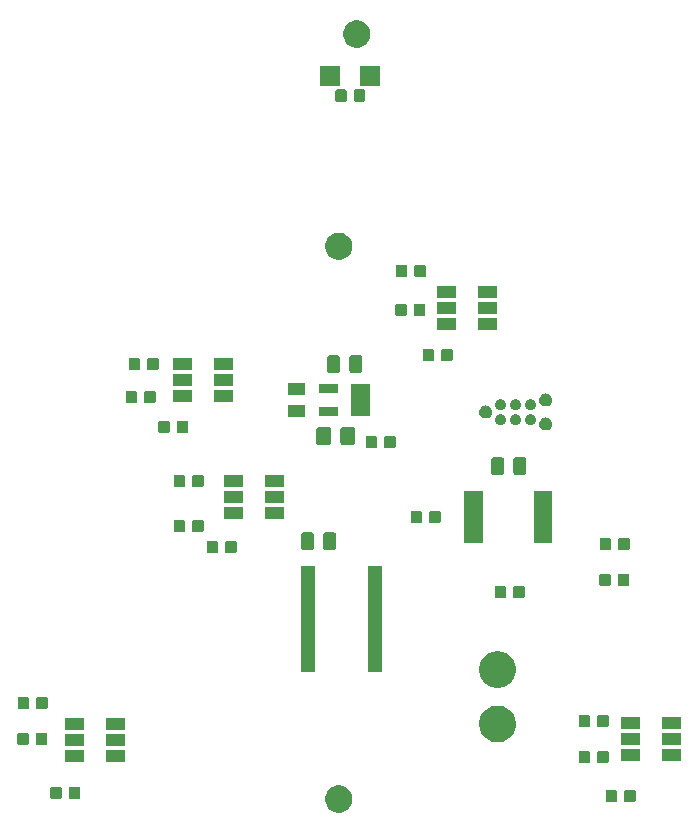
<source format=gts>
G04 #@! TF.GenerationSoftware,KiCad,Pcbnew,5.0.1*
G04 #@! TF.CreationDate,2018-11-24T16:53:29-06:00*
G04 #@! TF.ProjectId,chrimbus,636872696D6275732E6B696361645F70,rev?*
G04 #@! TF.SameCoordinates,Original*
G04 #@! TF.FileFunction,Soldermask,Top*
G04 #@! TF.FilePolarity,Negative*
%FSLAX46Y46*%
G04 Gerber Fmt 4.6, Leading zero omitted, Abs format (unit mm)*
G04 Created by KiCad (PCBNEW 5.0.1) date Sat 24 Nov 2018 04:53:29 PM CST*
%MOMM*%
%LPD*%
G01*
G04 APERTURE LIST*
%ADD10C,0.100000*%
G04 APERTURE END LIST*
D10*
G36*
X165943734Y-121067232D02*
X166153202Y-121153996D01*
X166341723Y-121279962D01*
X166502038Y-121440277D01*
X166628004Y-121628798D01*
X166714768Y-121838266D01*
X166759000Y-122060635D01*
X166759000Y-122287365D01*
X166714768Y-122509734D01*
X166628004Y-122719202D01*
X166502038Y-122907723D01*
X166341723Y-123068038D01*
X166153202Y-123194004D01*
X165943734Y-123280768D01*
X165721365Y-123325000D01*
X165494635Y-123325000D01*
X165272266Y-123280768D01*
X165062798Y-123194004D01*
X164874277Y-123068038D01*
X164713962Y-122907723D01*
X164587996Y-122719202D01*
X164501232Y-122509734D01*
X164457000Y-122287365D01*
X164457000Y-122060635D01*
X164501232Y-121838266D01*
X164587996Y-121628798D01*
X164713962Y-121440277D01*
X164874277Y-121279962D01*
X165062798Y-121153996D01*
X165272266Y-121067232D01*
X165494635Y-121023000D01*
X165721365Y-121023000D01*
X165943734Y-121067232D01*
X165943734Y-121067232D01*
G37*
G36*
X190613591Y-121398085D02*
X190647569Y-121408393D01*
X190678887Y-121425133D01*
X190706339Y-121447661D01*
X190728867Y-121475113D01*
X190745607Y-121506431D01*
X190755915Y-121540409D01*
X190760000Y-121581890D01*
X190760000Y-122258110D01*
X190755915Y-122299591D01*
X190745607Y-122333569D01*
X190728867Y-122364887D01*
X190706339Y-122392339D01*
X190678887Y-122414867D01*
X190647569Y-122431607D01*
X190613591Y-122441915D01*
X190572110Y-122446000D01*
X189970890Y-122446000D01*
X189929409Y-122441915D01*
X189895431Y-122431607D01*
X189864113Y-122414867D01*
X189836661Y-122392339D01*
X189814133Y-122364887D01*
X189797393Y-122333569D01*
X189787085Y-122299591D01*
X189783000Y-122258110D01*
X189783000Y-121581890D01*
X189787085Y-121540409D01*
X189797393Y-121506431D01*
X189814133Y-121475113D01*
X189836661Y-121447661D01*
X189864113Y-121425133D01*
X189895431Y-121408393D01*
X189929409Y-121398085D01*
X189970890Y-121394000D01*
X190572110Y-121394000D01*
X190613591Y-121398085D01*
X190613591Y-121398085D01*
G37*
G36*
X189038591Y-121398085D02*
X189072569Y-121408393D01*
X189103887Y-121425133D01*
X189131339Y-121447661D01*
X189153867Y-121475113D01*
X189170607Y-121506431D01*
X189180915Y-121540409D01*
X189185000Y-121581890D01*
X189185000Y-122258110D01*
X189180915Y-122299591D01*
X189170607Y-122333569D01*
X189153867Y-122364887D01*
X189131339Y-122392339D01*
X189103887Y-122414867D01*
X189072569Y-122431607D01*
X189038591Y-122441915D01*
X188997110Y-122446000D01*
X188395890Y-122446000D01*
X188354409Y-122441915D01*
X188320431Y-122431607D01*
X188289113Y-122414867D01*
X188261661Y-122392339D01*
X188239133Y-122364887D01*
X188222393Y-122333569D01*
X188212085Y-122299591D01*
X188208000Y-122258110D01*
X188208000Y-121581890D01*
X188212085Y-121540409D01*
X188222393Y-121506431D01*
X188239133Y-121475113D01*
X188261661Y-121447661D01*
X188289113Y-121425133D01*
X188320431Y-121408393D01*
X188354409Y-121398085D01*
X188395890Y-121394000D01*
X188997110Y-121394000D01*
X189038591Y-121398085D01*
X189038591Y-121398085D01*
G37*
G36*
X142023091Y-121144085D02*
X142057069Y-121154393D01*
X142088387Y-121171133D01*
X142115839Y-121193661D01*
X142138367Y-121221113D01*
X142155107Y-121252431D01*
X142165415Y-121286409D01*
X142169500Y-121327890D01*
X142169500Y-122004110D01*
X142165415Y-122045591D01*
X142155107Y-122079569D01*
X142138367Y-122110887D01*
X142115839Y-122138339D01*
X142088387Y-122160867D01*
X142057069Y-122177607D01*
X142023091Y-122187915D01*
X141981610Y-122192000D01*
X141380390Y-122192000D01*
X141338909Y-122187915D01*
X141304931Y-122177607D01*
X141273613Y-122160867D01*
X141246161Y-122138339D01*
X141223633Y-122110887D01*
X141206893Y-122079569D01*
X141196585Y-122045591D01*
X141192500Y-122004110D01*
X141192500Y-121327890D01*
X141196585Y-121286409D01*
X141206893Y-121252431D01*
X141223633Y-121221113D01*
X141246161Y-121193661D01*
X141273613Y-121171133D01*
X141304931Y-121154393D01*
X141338909Y-121144085D01*
X141380390Y-121140000D01*
X141981610Y-121140000D01*
X142023091Y-121144085D01*
X142023091Y-121144085D01*
G37*
G36*
X143598091Y-121144085D02*
X143632069Y-121154393D01*
X143663387Y-121171133D01*
X143690839Y-121193661D01*
X143713367Y-121221113D01*
X143730107Y-121252431D01*
X143740415Y-121286409D01*
X143744500Y-121327890D01*
X143744500Y-122004110D01*
X143740415Y-122045591D01*
X143730107Y-122079569D01*
X143713367Y-122110887D01*
X143690839Y-122138339D01*
X143663387Y-122160867D01*
X143632069Y-122177607D01*
X143598091Y-122187915D01*
X143556610Y-122192000D01*
X142955390Y-122192000D01*
X142913909Y-122187915D01*
X142879931Y-122177607D01*
X142848613Y-122160867D01*
X142821161Y-122138339D01*
X142798633Y-122110887D01*
X142781893Y-122079569D01*
X142771585Y-122045591D01*
X142767500Y-122004110D01*
X142767500Y-121327890D01*
X142771585Y-121286409D01*
X142781893Y-121252431D01*
X142798633Y-121221113D01*
X142821161Y-121193661D01*
X142848613Y-121171133D01*
X142879931Y-121154393D01*
X142913909Y-121144085D01*
X142955390Y-121140000D01*
X143556610Y-121140000D01*
X143598091Y-121144085D01*
X143598091Y-121144085D01*
G37*
G36*
X186752591Y-118096085D02*
X186786569Y-118106393D01*
X186817887Y-118123133D01*
X186845339Y-118145661D01*
X186867867Y-118173113D01*
X186884607Y-118204431D01*
X186894915Y-118238409D01*
X186899000Y-118279890D01*
X186899000Y-118956110D01*
X186894915Y-118997591D01*
X186884607Y-119031569D01*
X186867867Y-119062887D01*
X186845339Y-119090339D01*
X186817887Y-119112867D01*
X186786569Y-119129607D01*
X186752591Y-119139915D01*
X186711110Y-119144000D01*
X186109890Y-119144000D01*
X186068409Y-119139915D01*
X186034431Y-119129607D01*
X186003113Y-119112867D01*
X185975661Y-119090339D01*
X185953133Y-119062887D01*
X185936393Y-119031569D01*
X185926085Y-118997591D01*
X185922000Y-118956110D01*
X185922000Y-118279890D01*
X185926085Y-118238409D01*
X185936393Y-118204431D01*
X185953133Y-118173113D01*
X185975661Y-118145661D01*
X186003113Y-118123133D01*
X186034431Y-118106393D01*
X186068409Y-118096085D01*
X186109890Y-118092000D01*
X186711110Y-118092000D01*
X186752591Y-118096085D01*
X186752591Y-118096085D01*
G37*
G36*
X188327591Y-118096085D02*
X188361569Y-118106393D01*
X188392887Y-118123133D01*
X188420339Y-118145661D01*
X188442867Y-118173113D01*
X188459607Y-118204431D01*
X188469915Y-118238409D01*
X188474000Y-118279890D01*
X188474000Y-118956110D01*
X188469915Y-118997591D01*
X188459607Y-119031569D01*
X188442867Y-119062887D01*
X188420339Y-119090339D01*
X188392887Y-119112867D01*
X188361569Y-119129607D01*
X188327591Y-119139915D01*
X188286110Y-119144000D01*
X187684890Y-119144000D01*
X187643409Y-119139915D01*
X187609431Y-119129607D01*
X187578113Y-119112867D01*
X187550661Y-119090339D01*
X187528133Y-119062887D01*
X187511393Y-119031569D01*
X187501085Y-118997591D01*
X187497000Y-118956110D01*
X187497000Y-118279890D01*
X187501085Y-118238409D01*
X187511393Y-118204431D01*
X187528133Y-118173113D01*
X187550661Y-118145661D01*
X187578113Y-118123133D01*
X187609431Y-118106393D01*
X187643409Y-118096085D01*
X187684890Y-118092000D01*
X188286110Y-118092000D01*
X188327591Y-118096085D01*
X188327591Y-118096085D01*
G37*
G36*
X147557000Y-119025000D02*
X145955000Y-119025000D01*
X145955000Y-118023000D01*
X147557000Y-118023000D01*
X147557000Y-119025000D01*
X147557000Y-119025000D01*
G37*
G36*
X144057000Y-119025000D02*
X142455000Y-119025000D01*
X142455000Y-118023000D01*
X144057000Y-118023000D01*
X144057000Y-119025000D01*
X144057000Y-119025000D01*
G37*
G36*
X194603000Y-118945000D02*
X193001000Y-118945000D01*
X193001000Y-117943000D01*
X194603000Y-117943000D01*
X194603000Y-118945000D01*
X194603000Y-118945000D01*
G37*
G36*
X191103000Y-118945000D02*
X189501000Y-118945000D01*
X189501000Y-117943000D01*
X191103000Y-117943000D01*
X191103000Y-118945000D01*
X191103000Y-118945000D01*
G37*
G36*
X147557000Y-117675000D02*
X145955000Y-117675000D01*
X145955000Y-116673000D01*
X147557000Y-116673000D01*
X147557000Y-117675000D01*
X147557000Y-117675000D01*
G37*
G36*
X144057000Y-117675000D02*
X142455000Y-117675000D01*
X142455000Y-116673000D01*
X144057000Y-116673000D01*
X144057000Y-117675000D01*
X144057000Y-117675000D01*
G37*
G36*
X139229091Y-116572085D02*
X139263069Y-116582393D01*
X139294387Y-116599133D01*
X139321839Y-116621661D01*
X139344367Y-116649113D01*
X139361107Y-116680431D01*
X139371415Y-116714409D01*
X139375500Y-116755890D01*
X139375500Y-117432110D01*
X139371415Y-117473591D01*
X139361107Y-117507569D01*
X139344367Y-117538887D01*
X139321839Y-117566339D01*
X139294387Y-117588867D01*
X139263069Y-117605607D01*
X139229091Y-117615915D01*
X139187610Y-117620000D01*
X138586390Y-117620000D01*
X138544909Y-117615915D01*
X138510931Y-117605607D01*
X138479613Y-117588867D01*
X138452161Y-117566339D01*
X138429633Y-117538887D01*
X138412893Y-117507569D01*
X138402585Y-117473591D01*
X138398500Y-117432110D01*
X138398500Y-116755890D01*
X138402585Y-116714409D01*
X138412893Y-116680431D01*
X138429633Y-116649113D01*
X138452161Y-116621661D01*
X138479613Y-116599133D01*
X138510931Y-116582393D01*
X138544909Y-116572085D01*
X138586390Y-116568000D01*
X139187610Y-116568000D01*
X139229091Y-116572085D01*
X139229091Y-116572085D01*
G37*
G36*
X140804091Y-116572085D02*
X140838069Y-116582393D01*
X140869387Y-116599133D01*
X140896839Y-116621661D01*
X140919367Y-116649113D01*
X140936107Y-116680431D01*
X140946415Y-116714409D01*
X140950500Y-116755890D01*
X140950500Y-117432110D01*
X140946415Y-117473591D01*
X140936107Y-117507569D01*
X140919367Y-117538887D01*
X140896839Y-117566339D01*
X140869387Y-117588867D01*
X140838069Y-117605607D01*
X140804091Y-117615915D01*
X140762610Y-117620000D01*
X140161390Y-117620000D01*
X140119909Y-117615915D01*
X140085931Y-117605607D01*
X140054613Y-117588867D01*
X140027161Y-117566339D01*
X140004633Y-117538887D01*
X139987893Y-117507569D01*
X139977585Y-117473591D01*
X139973500Y-117432110D01*
X139973500Y-116755890D01*
X139977585Y-116714409D01*
X139987893Y-116680431D01*
X140004633Y-116649113D01*
X140027161Y-116621661D01*
X140054613Y-116599133D01*
X140085931Y-116582393D01*
X140119909Y-116572085D01*
X140161390Y-116568000D01*
X140762610Y-116568000D01*
X140804091Y-116572085D01*
X140804091Y-116572085D01*
G37*
G36*
X194603000Y-117595000D02*
X193001000Y-117595000D01*
X193001000Y-116593000D01*
X194603000Y-116593000D01*
X194603000Y-117595000D01*
X194603000Y-117595000D01*
G37*
G36*
X191103000Y-117595000D02*
X189501000Y-117595000D01*
X189501000Y-116593000D01*
X191103000Y-116593000D01*
X191103000Y-117595000D01*
X191103000Y-117595000D01*
G37*
G36*
X179422527Y-114312736D02*
X179522410Y-114332604D01*
X179804674Y-114449521D01*
X180058705Y-114619259D01*
X180274741Y-114835295D01*
X180444479Y-115089326D01*
X180541269Y-115323000D01*
X180561396Y-115371591D01*
X180621000Y-115671238D01*
X180621000Y-115976762D01*
X180600980Y-116077408D01*
X180561396Y-116276410D01*
X180444479Y-116558674D01*
X180274741Y-116812705D01*
X180058705Y-117028741D01*
X179804674Y-117198479D01*
X179522410Y-117315396D01*
X179422527Y-117335264D01*
X179222762Y-117375000D01*
X178917238Y-117375000D01*
X178717473Y-117335264D01*
X178617590Y-117315396D01*
X178335326Y-117198479D01*
X178081295Y-117028741D01*
X177865259Y-116812705D01*
X177695521Y-116558674D01*
X177578604Y-116276410D01*
X177539020Y-116077408D01*
X177519000Y-115976762D01*
X177519000Y-115671238D01*
X177578604Y-115371591D01*
X177598731Y-115323000D01*
X177695521Y-115089326D01*
X177865259Y-114835295D01*
X178081295Y-114619259D01*
X178335326Y-114449521D01*
X178617590Y-114332604D01*
X178717473Y-114312736D01*
X178917238Y-114273000D01*
X179222762Y-114273000D01*
X179422527Y-114312736D01*
X179422527Y-114312736D01*
G37*
G36*
X144057000Y-116325000D02*
X142455000Y-116325000D01*
X142455000Y-115323000D01*
X144057000Y-115323000D01*
X144057000Y-116325000D01*
X144057000Y-116325000D01*
G37*
G36*
X147557000Y-116325000D02*
X145955000Y-116325000D01*
X145955000Y-115323000D01*
X147557000Y-115323000D01*
X147557000Y-116325000D01*
X147557000Y-116325000D01*
G37*
G36*
X194603000Y-116245000D02*
X193001000Y-116245000D01*
X193001000Y-115243000D01*
X194603000Y-115243000D01*
X194603000Y-116245000D01*
X194603000Y-116245000D01*
G37*
G36*
X191103000Y-116245000D02*
X189501000Y-116245000D01*
X189501000Y-115243000D01*
X191103000Y-115243000D01*
X191103000Y-116245000D01*
X191103000Y-116245000D01*
G37*
G36*
X188327591Y-115048085D02*
X188361569Y-115058393D01*
X188392887Y-115075133D01*
X188420339Y-115097661D01*
X188442867Y-115125113D01*
X188459607Y-115156431D01*
X188469915Y-115190409D01*
X188474000Y-115231890D01*
X188474000Y-115908110D01*
X188469915Y-115949591D01*
X188459607Y-115983569D01*
X188442867Y-116014887D01*
X188420339Y-116042339D01*
X188392887Y-116064867D01*
X188361569Y-116081607D01*
X188327591Y-116091915D01*
X188286110Y-116096000D01*
X187684890Y-116096000D01*
X187643409Y-116091915D01*
X187609431Y-116081607D01*
X187578113Y-116064867D01*
X187550661Y-116042339D01*
X187528133Y-116014887D01*
X187511393Y-115983569D01*
X187501085Y-115949591D01*
X187497000Y-115908110D01*
X187497000Y-115231890D01*
X187501085Y-115190409D01*
X187511393Y-115156431D01*
X187528133Y-115125113D01*
X187550661Y-115097661D01*
X187578113Y-115075133D01*
X187609431Y-115058393D01*
X187643409Y-115048085D01*
X187684890Y-115044000D01*
X188286110Y-115044000D01*
X188327591Y-115048085D01*
X188327591Y-115048085D01*
G37*
G36*
X186752591Y-115048085D02*
X186786569Y-115058393D01*
X186817887Y-115075133D01*
X186845339Y-115097661D01*
X186867867Y-115125113D01*
X186884607Y-115156431D01*
X186894915Y-115190409D01*
X186899000Y-115231890D01*
X186899000Y-115908110D01*
X186894915Y-115949591D01*
X186884607Y-115983569D01*
X186867867Y-116014887D01*
X186845339Y-116042339D01*
X186817887Y-116064867D01*
X186786569Y-116081607D01*
X186752591Y-116091915D01*
X186711110Y-116096000D01*
X186109890Y-116096000D01*
X186068409Y-116091915D01*
X186034431Y-116081607D01*
X186003113Y-116064867D01*
X185975661Y-116042339D01*
X185953133Y-116014887D01*
X185936393Y-115983569D01*
X185926085Y-115949591D01*
X185922000Y-115908110D01*
X185922000Y-115231890D01*
X185926085Y-115190409D01*
X185936393Y-115156431D01*
X185953133Y-115125113D01*
X185975661Y-115097661D01*
X186003113Y-115075133D01*
X186034431Y-115058393D01*
X186068409Y-115048085D01*
X186109890Y-115044000D01*
X186711110Y-115044000D01*
X186752591Y-115048085D01*
X186752591Y-115048085D01*
G37*
G36*
X139254591Y-113524085D02*
X139288569Y-113534393D01*
X139319887Y-113551133D01*
X139347339Y-113573661D01*
X139369867Y-113601113D01*
X139386607Y-113632431D01*
X139396915Y-113666409D01*
X139401000Y-113707890D01*
X139401000Y-114384110D01*
X139396915Y-114425591D01*
X139386607Y-114459569D01*
X139369867Y-114490887D01*
X139347339Y-114518339D01*
X139319887Y-114540867D01*
X139288569Y-114557607D01*
X139254591Y-114567915D01*
X139213110Y-114572000D01*
X138611890Y-114572000D01*
X138570409Y-114567915D01*
X138536431Y-114557607D01*
X138505113Y-114540867D01*
X138477661Y-114518339D01*
X138455133Y-114490887D01*
X138438393Y-114459569D01*
X138428085Y-114425591D01*
X138424000Y-114384110D01*
X138424000Y-113707890D01*
X138428085Y-113666409D01*
X138438393Y-113632431D01*
X138455133Y-113601113D01*
X138477661Y-113573661D01*
X138505113Y-113551133D01*
X138536431Y-113534393D01*
X138570409Y-113524085D01*
X138611890Y-113520000D01*
X139213110Y-113520000D01*
X139254591Y-113524085D01*
X139254591Y-113524085D01*
G37*
G36*
X140829591Y-113524085D02*
X140863569Y-113534393D01*
X140894887Y-113551133D01*
X140922339Y-113573661D01*
X140944867Y-113601113D01*
X140961607Y-113632431D01*
X140971915Y-113666409D01*
X140976000Y-113707890D01*
X140976000Y-114384110D01*
X140971915Y-114425591D01*
X140961607Y-114459569D01*
X140944867Y-114490887D01*
X140922339Y-114518339D01*
X140894887Y-114540867D01*
X140863569Y-114557607D01*
X140829591Y-114567915D01*
X140788110Y-114572000D01*
X140186890Y-114572000D01*
X140145409Y-114567915D01*
X140111431Y-114557607D01*
X140080113Y-114540867D01*
X140052661Y-114518339D01*
X140030133Y-114490887D01*
X140013393Y-114459569D01*
X140003085Y-114425591D01*
X139999000Y-114384110D01*
X139999000Y-113707890D01*
X140003085Y-113666409D01*
X140013393Y-113632431D01*
X140030133Y-113601113D01*
X140052661Y-113573661D01*
X140080113Y-113551133D01*
X140111431Y-113534393D01*
X140145409Y-113524085D01*
X140186890Y-113520000D01*
X140788110Y-113520000D01*
X140829591Y-113524085D01*
X140829591Y-113524085D01*
G37*
G36*
X179422527Y-109712736D02*
X179522410Y-109732604D01*
X179804674Y-109849521D01*
X180058705Y-110019259D01*
X180274741Y-110235295D01*
X180444479Y-110489326D01*
X180561396Y-110771590D01*
X180621000Y-111071240D01*
X180621000Y-111376760D01*
X180561396Y-111676410D01*
X180444479Y-111958674D01*
X180274741Y-112212705D01*
X180058705Y-112428741D01*
X179804674Y-112598479D01*
X179522410Y-112715396D01*
X179422527Y-112735264D01*
X179222762Y-112775000D01*
X178917238Y-112775000D01*
X178717473Y-112735264D01*
X178617590Y-112715396D01*
X178335326Y-112598479D01*
X178081295Y-112428741D01*
X177865259Y-112212705D01*
X177695521Y-111958674D01*
X177578604Y-111676410D01*
X177519000Y-111376760D01*
X177519000Y-111071240D01*
X177578604Y-110771590D01*
X177695521Y-110489326D01*
X177865259Y-110235295D01*
X178081295Y-110019259D01*
X178335326Y-109849521D01*
X178617590Y-109732604D01*
X178717473Y-109712736D01*
X178917238Y-109673000D01*
X179222762Y-109673000D01*
X179422527Y-109712736D01*
X179422527Y-109712736D01*
G37*
G36*
X169313000Y-111410000D02*
X168111000Y-111410000D01*
X168111000Y-102458000D01*
X169313000Y-102458000D01*
X169313000Y-111410000D01*
X169313000Y-111410000D01*
G37*
G36*
X163613000Y-111410000D02*
X162411000Y-111410000D01*
X162411000Y-102458000D01*
X163613000Y-102458000D01*
X163613000Y-111410000D01*
X163613000Y-111410000D01*
G37*
G36*
X181215591Y-104126085D02*
X181249569Y-104136393D01*
X181280887Y-104153133D01*
X181308339Y-104175661D01*
X181330867Y-104203113D01*
X181347607Y-104234431D01*
X181357915Y-104268409D01*
X181362000Y-104309890D01*
X181362000Y-104986110D01*
X181357915Y-105027591D01*
X181347607Y-105061569D01*
X181330867Y-105092887D01*
X181308339Y-105120339D01*
X181280887Y-105142867D01*
X181249569Y-105159607D01*
X181215591Y-105169915D01*
X181174110Y-105174000D01*
X180572890Y-105174000D01*
X180531409Y-105169915D01*
X180497431Y-105159607D01*
X180466113Y-105142867D01*
X180438661Y-105120339D01*
X180416133Y-105092887D01*
X180399393Y-105061569D01*
X180389085Y-105027591D01*
X180385000Y-104986110D01*
X180385000Y-104309890D01*
X180389085Y-104268409D01*
X180399393Y-104234431D01*
X180416133Y-104203113D01*
X180438661Y-104175661D01*
X180466113Y-104153133D01*
X180497431Y-104136393D01*
X180531409Y-104126085D01*
X180572890Y-104122000D01*
X181174110Y-104122000D01*
X181215591Y-104126085D01*
X181215591Y-104126085D01*
G37*
G36*
X179640591Y-104126085D02*
X179674569Y-104136393D01*
X179705887Y-104153133D01*
X179733339Y-104175661D01*
X179755867Y-104203113D01*
X179772607Y-104234431D01*
X179782915Y-104268409D01*
X179787000Y-104309890D01*
X179787000Y-104986110D01*
X179782915Y-105027591D01*
X179772607Y-105061569D01*
X179755867Y-105092887D01*
X179733339Y-105120339D01*
X179705887Y-105142867D01*
X179674569Y-105159607D01*
X179640591Y-105169915D01*
X179599110Y-105174000D01*
X178997890Y-105174000D01*
X178956409Y-105169915D01*
X178922431Y-105159607D01*
X178891113Y-105142867D01*
X178863661Y-105120339D01*
X178841133Y-105092887D01*
X178824393Y-105061569D01*
X178814085Y-105027591D01*
X178810000Y-104986110D01*
X178810000Y-104309890D01*
X178814085Y-104268409D01*
X178824393Y-104234431D01*
X178841133Y-104203113D01*
X178863661Y-104175661D01*
X178891113Y-104153133D01*
X178922431Y-104136393D01*
X178956409Y-104126085D01*
X178997890Y-104122000D01*
X179599110Y-104122000D01*
X179640591Y-104126085D01*
X179640591Y-104126085D01*
G37*
G36*
X188505091Y-103110085D02*
X188539069Y-103120393D01*
X188570387Y-103137133D01*
X188597839Y-103159661D01*
X188620367Y-103187113D01*
X188637107Y-103218431D01*
X188647415Y-103252409D01*
X188651500Y-103293890D01*
X188651500Y-103970110D01*
X188647415Y-104011591D01*
X188637107Y-104045569D01*
X188620367Y-104076887D01*
X188597839Y-104104339D01*
X188570387Y-104126867D01*
X188539069Y-104143607D01*
X188505091Y-104153915D01*
X188463610Y-104158000D01*
X187862390Y-104158000D01*
X187820909Y-104153915D01*
X187786931Y-104143607D01*
X187755613Y-104126867D01*
X187728161Y-104104339D01*
X187705633Y-104076887D01*
X187688893Y-104045569D01*
X187678585Y-104011591D01*
X187674500Y-103970110D01*
X187674500Y-103293890D01*
X187678585Y-103252409D01*
X187688893Y-103218431D01*
X187705633Y-103187113D01*
X187728161Y-103159661D01*
X187755613Y-103137133D01*
X187786931Y-103120393D01*
X187820909Y-103110085D01*
X187862390Y-103106000D01*
X188463610Y-103106000D01*
X188505091Y-103110085D01*
X188505091Y-103110085D01*
G37*
G36*
X190080091Y-103110085D02*
X190114069Y-103120393D01*
X190145387Y-103137133D01*
X190172839Y-103159661D01*
X190195367Y-103187113D01*
X190212107Y-103218431D01*
X190222415Y-103252409D01*
X190226500Y-103293890D01*
X190226500Y-103970110D01*
X190222415Y-104011591D01*
X190212107Y-104045569D01*
X190195367Y-104076887D01*
X190172839Y-104104339D01*
X190145387Y-104126867D01*
X190114069Y-104143607D01*
X190080091Y-104153915D01*
X190038610Y-104158000D01*
X189437390Y-104158000D01*
X189395909Y-104153915D01*
X189361931Y-104143607D01*
X189330613Y-104126867D01*
X189303161Y-104104339D01*
X189280633Y-104076887D01*
X189263893Y-104045569D01*
X189253585Y-104011591D01*
X189249500Y-103970110D01*
X189249500Y-103293890D01*
X189253585Y-103252409D01*
X189263893Y-103218431D01*
X189280633Y-103187113D01*
X189303161Y-103159661D01*
X189330613Y-103137133D01*
X189361931Y-103120393D01*
X189395909Y-103110085D01*
X189437390Y-103106000D01*
X190038610Y-103106000D01*
X190080091Y-103110085D01*
X190080091Y-103110085D01*
G37*
G36*
X156831591Y-100316085D02*
X156865569Y-100326393D01*
X156896887Y-100343133D01*
X156924339Y-100365661D01*
X156946867Y-100393113D01*
X156963607Y-100424431D01*
X156973915Y-100458409D01*
X156978000Y-100499890D01*
X156978000Y-101176110D01*
X156973915Y-101217591D01*
X156963607Y-101251569D01*
X156946867Y-101282887D01*
X156924339Y-101310339D01*
X156896887Y-101332867D01*
X156865569Y-101349607D01*
X156831591Y-101359915D01*
X156790110Y-101364000D01*
X156188890Y-101364000D01*
X156147409Y-101359915D01*
X156113431Y-101349607D01*
X156082113Y-101332867D01*
X156054661Y-101310339D01*
X156032133Y-101282887D01*
X156015393Y-101251569D01*
X156005085Y-101217591D01*
X156001000Y-101176110D01*
X156001000Y-100499890D01*
X156005085Y-100458409D01*
X156015393Y-100424431D01*
X156032133Y-100393113D01*
X156054661Y-100365661D01*
X156082113Y-100343133D01*
X156113431Y-100326393D01*
X156147409Y-100316085D01*
X156188890Y-100312000D01*
X156790110Y-100312000D01*
X156831591Y-100316085D01*
X156831591Y-100316085D01*
G37*
G36*
X155256591Y-100316085D02*
X155290569Y-100326393D01*
X155321887Y-100343133D01*
X155349339Y-100365661D01*
X155371867Y-100393113D01*
X155388607Y-100424431D01*
X155398915Y-100458409D01*
X155403000Y-100499890D01*
X155403000Y-101176110D01*
X155398915Y-101217591D01*
X155388607Y-101251569D01*
X155371867Y-101282887D01*
X155349339Y-101310339D01*
X155321887Y-101332867D01*
X155290569Y-101349607D01*
X155256591Y-101359915D01*
X155215110Y-101364000D01*
X154613890Y-101364000D01*
X154572409Y-101359915D01*
X154538431Y-101349607D01*
X154507113Y-101332867D01*
X154479661Y-101310339D01*
X154457133Y-101282887D01*
X154440393Y-101251569D01*
X154430085Y-101217591D01*
X154426000Y-101176110D01*
X154426000Y-100499890D01*
X154430085Y-100458409D01*
X154440393Y-100424431D01*
X154457133Y-100393113D01*
X154479661Y-100365661D01*
X154507113Y-100343133D01*
X154538431Y-100326393D01*
X154572409Y-100316085D01*
X154613890Y-100312000D01*
X155215110Y-100312000D01*
X155256591Y-100316085D01*
X155256591Y-100316085D01*
G37*
G36*
X190105591Y-100062085D02*
X190139569Y-100072393D01*
X190170887Y-100089133D01*
X190198339Y-100111661D01*
X190220867Y-100139113D01*
X190237607Y-100170431D01*
X190247915Y-100204409D01*
X190252000Y-100245890D01*
X190252000Y-100922110D01*
X190247915Y-100963591D01*
X190237607Y-100997569D01*
X190220867Y-101028887D01*
X190198339Y-101056339D01*
X190170887Y-101078867D01*
X190139569Y-101095607D01*
X190105591Y-101105915D01*
X190064110Y-101110000D01*
X189462890Y-101110000D01*
X189421409Y-101105915D01*
X189387431Y-101095607D01*
X189356113Y-101078867D01*
X189328661Y-101056339D01*
X189306133Y-101028887D01*
X189289393Y-100997569D01*
X189279085Y-100963591D01*
X189275000Y-100922110D01*
X189275000Y-100245890D01*
X189279085Y-100204409D01*
X189289393Y-100170431D01*
X189306133Y-100139113D01*
X189328661Y-100111661D01*
X189356113Y-100089133D01*
X189387431Y-100072393D01*
X189421409Y-100062085D01*
X189462890Y-100058000D01*
X190064110Y-100058000D01*
X190105591Y-100062085D01*
X190105591Y-100062085D01*
G37*
G36*
X188530591Y-100062085D02*
X188564569Y-100072393D01*
X188595887Y-100089133D01*
X188623339Y-100111661D01*
X188645867Y-100139113D01*
X188662607Y-100170431D01*
X188672915Y-100204409D01*
X188677000Y-100245890D01*
X188677000Y-100922110D01*
X188672915Y-100963591D01*
X188662607Y-100997569D01*
X188645867Y-101028887D01*
X188623339Y-101056339D01*
X188595887Y-101078867D01*
X188564569Y-101095607D01*
X188530591Y-101105915D01*
X188489110Y-101110000D01*
X187887890Y-101110000D01*
X187846409Y-101105915D01*
X187812431Y-101095607D01*
X187781113Y-101078867D01*
X187753661Y-101056339D01*
X187731133Y-101028887D01*
X187714393Y-100997569D01*
X187704085Y-100963591D01*
X187700000Y-100922110D01*
X187700000Y-100245890D01*
X187704085Y-100204409D01*
X187714393Y-100170431D01*
X187731133Y-100139113D01*
X187753661Y-100111661D01*
X187781113Y-100089133D01*
X187812431Y-100072393D01*
X187846409Y-100062085D01*
X187887890Y-100058000D01*
X188489110Y-100058000D01*
X188530591Y-100062085D01*
X188530591Y-100062085D01*
G37*
G36*
X165217966Y-99583565D02*
X165256637Y-99595296D01*
X165292279Y-99614348D01*
X165323517Y-99639983D01*
X165349152Y-99671221D01*
X165368204Y-99706863D01*
X165379935Y-99745534D01*
X165384500Y-99791888D01*
X165384500Y-100868112D01*
X165379935Y-100914466D01*
X165368204Y-100953137D01*
X165349152Y-100988779D01*
X165323517Y-101020017D01*
X165292279Y-101045652D01*
X165256637Y-101064704D01*
X165217966Y-101076435D01*
X165171612Y-101081000D01*
X164520388Y-101081000D01*
X164474034Y-101076435D01*
X164435363Y-101064704D01*
X164399721Y-101045652D01*
X164368483Y-101020017D01*
X164342848Y-100988779D01*
X164323796Y-100953137D01*
X164312065Y-100914466D01*
X164307500Y-100868112D01*
X164307500Y-99791888D01*
X164312065Y-99745534D01*
X164323796Y-99706863D01*
X164342848Y-99671221D01*
X164368483Y-99639983D01*
X164399721Y-99614348D01*
X164435363Y-99595296D01*
X164474034Y-99583565D01*
X164520388Y-99579000D01*
X165171612Y-99579000D01*
X165217966Y-99583565D01*
X165217966Y-99583565D01*
G37*
G36*
X163342966Y-99583565D02*
X163381637Y-99595296D01*
X163417279Y-99614348D01*
X163448517Y-99639983D01*
X163474152Y-99671221D01*
X163493204Y-99706863D01*
X163504935Y-99745534D01*
X163509500Y-99791888D01*
X163509500Y-100868112D01*
X163504935Y-100914466D01*
X163493204Y-100953137D01*
X163474152Y-100988779D01*
X163448517Y-101020017D01*
X163417279Y-101045652D01*
X163381637Y-101064704D01*
X163342966Y-101076435D01*
X163296612Y-101081000D01*
X162645388Y-101081000D01*
X162599034Y-101076435D01*
X162560363Y-101064704D01*
X162524721Y-101045652D01*
X162493483Y-101020017D01*
X162467848Y-100988779D01*
X162448796Y-100953137D01*
X162437065Y-100914466D01*
X162432500Y-100868112D01*
X162432500Y-99791888D01*
X162437065Y-99745534D01*
X162448796Y-99706863D01*
X162467848Y-99671221D01*
X162493483Y-99639983D01*
X162524721Y-99614348D01*
X162560363Y-99595296D01*
X162599034Y-99583565D01*
X162645388Y-99579000D01*
X163296612Y-99579000D01*
X163342966Y-99583565D01*
X163342966Y-99583565D01*
G37*
G36*
X183714000Y-100524000D02*
X182162000Y-100524000D01*
X182162000Y-96072000D01*
X183714000Y-96072000D01*
X183714000Y-100524000D01*
X183714000Y-100524000D01*
G37*
G36*
X177814000Y-100524000D02*
X176262000Y-100524000D01*
X176262000Y-96072000D01*
X177814000Y-96072000D01*
X177814000Y-100524000D01*
X177814000Y-100524000D01*
G37*
G36*
X154037591Y-98538085D02*
X154071569Y-98548393D01*
X154102887Y-98565133D01*
X154130339Y-98587661D01*
X154152867Y-98615113D01*
X154169607Y-98646431D01*
X154179915Y-98680409D01*
X154184000Y-98721890D01*
X154184000Y-99398110D01*
X154179915Y-99439591D01*
X154169607Y-99473569D01*
X154152867Y-99504887D01*
X154130339Y-99532339D01*
X154102887Y-99554867D01*
X154071569Y-99571607D01*
X154037591Y-99581915D01*
X153996110Y-99586000D01*
X153394890Y-99586000D01*
X153353409Y-99581915D01*
X153319431Y-99571607D01*
X153288113Y-99554867D01*
X153260661Y-99532339D01*
X153238133Y-99504887D01*
X153221393Y-99473569D01*
X153211085Y-99439591D01*
X153207000Y-99398110D01*
X153207000Y-98721890D01*
X153211085Y-98680409D01*
X153221393Y-98646431D01*
X153238133Y-98615113D01*
X153260661Y-98587661D01*
X153288113Y-98565133D01*
X153319431Y-98548393D01*
X153353409Y-98538085D01*
X153394890Y-98534000D01*
X153996110Y-98534000D01*
X154037591Y-98538085D01*
X154037591Y-98538085D01*
G37*
G36*
X152462591Y-98538085D02*
X152496569Y-98548393D01*
X152527887Y-98565133D01*
X152555339Y-98587661D01*
X152577867Y-98615113D01*
X152594607Y-98646431D01*
X152604915Y-98680409D01*
X152609000Y-98721890D01*
X152609000Y-99398110D01*
X152604915Y-99439591D01*
X152594607Y-99473569D01*
X152577867Y-99504887D01*
X152555339Y-99532339D01*
X152527887Y-99554867D01*
X152496569Y-99571607D01*
X152462591Y-99581915D01*
X152421110Y-99586000D01*
X151819890Y-99586000D01*
X151778409Y-99581915D01*
X151744431Y-99571607D01*
X151713113Y-99554867D01*
X151685661Y-99532339D01*
X151663133Y-99504887D01*
X151646393Y-99473569D01*
X151636085Y-99439591D01*
X151632000Y-99398110D01*
X151632000Y-98721890D01*
X151636085Y-98680409D01*
X151646393Y-98646431D01*
X151663133Y-98615113D01*
X151685661Y-98587661D01*
X151713113Y-98565133D01*
X151744431Y-98548393D01*
X151778409Y-98538085D01*
X151819890Y-98534000D01*
X152421110Y-98534000D01*
X152462591Y-98538085D01*
X152462591Y-98538085D01*
G37*
G36*
X174103591Y-97776085D02*
X174137569Y-97786393D01*
X174168887Y-97803133D01*
X174196339Y-97825661D01*
X174218867Y-97853113D01*
X174235607Y-97884431D01*
X174245915Y-97918409D01*
X174250000Y-97959890D01*
X174250000Y-98636110D01*
X174245915Y-98677591D01*
X174235607Y-98711569D01*
X174218867Y-98742887D01*
X174196339Y-98770339D01*
X174168887Y-98792867D01*
X174137569Y-98809607D01*
X174103591Y-98819915D01*
X174062110Y-98824000D01*
X173460890Y-98824000D01*
X173419409Y-98819915D01*
X173385431Y-98809607D01*
X173354113Y-98792867D01*
X173326661Y-98770339D01*
X173304133Y-98742887D01*
X173287393Y-98711569D01*
X173277085Y-98677591D01*
X173273000Y-98636110D01*
X173273000Y-97959890D01*
X173277085Y-97918409D01*
X173287393Y-97884431D01*
X173304133Y-97853113D01*
X173326661Y-97825661D01*
X173354113Y-97803133D01*
X173385431Y-97786393D01*
X173419409Y-97776085D01*
X173460890Y-97772000D01*
X174062110Y-97772000D01*
X174103591Y-97776085D01*
X174103591Y-97776085D01*
G37*
G36*
X172528591Y-97776085D02*
X172562569Y-97786393D01*
X172593887Y-97803133D01*
X172621339Y-97825661D01*
X172643867Y-97853113D01*
X172660607Y-97884431D01*
X172670915Y-97918409D01*
X172675000Y-97959890D01*
X172675000Y-98636110D01*
X172670915Y-98677591D01*
X172660607Y-98711569D01*
X172643867Y-98742887D01*
X172621339Y-98770339D01*
X172593887Y-98792867D01*
X172562569Y-98809607D01*
X172528591Y-98819915D01*
X172487110Y-98824000D01*
X171885890Y-98824000D01*
X171844409Y-98819915D01*
X171810431Y-98809607D01*
X171779113Y-98792867D01*
X171751661Y-98770339D01*
X171729133Y-98742887D01*
X171712393Y-98711569D01*
X171702085Y-98677591D01*
X171698000Y-98636110D01*
X171698000Y-97959890D01*
X171702085Y-97918409D01*
X171712393Y-97884431D01*
X171729133Y-97853113D01*
X171751661Y-97825661D01*
X171779113Y-97803133D01*
X171810431Y-97786393D01*
X171844409Y-97776085D01*
X171885890Y-97772000D01*
X172487110Y-97772000D01*
X172528591Y-97776085D01*
X172528591Y-97776085D01*
G37*
G36*
X157519000Y-98451000D02*
X155917000Y-98451000D01*
X155917000Y-97449000D01*
X157519000Y-97449000D01*
X157519000Y-98451000D01*
X157519000Y-98451000D01*
G37*
G36*
X161019000Y-98451000D02*
X159417000Y-98451000D01*
X159417000Y-97449000D01*
X161019000Y-97449000D01*
X161019000Y-98451000D01*
X161019000Y-98451000D01*
G37*
G36*
X161019000Y-97101000D02*
X159417000Y-97101000D01*
X159417000Y-96099000D01*
X161019000Y-96099000D01*
X161019000Y-97101000D01*
X161019000Y-97101000D01*
G37*
G36*
X157519000Y-97101000D02*
X155917000Y-97101000D01*
X155917000Y-96099000D01*
X157519000Y-96099000D01*
X157519000Y-97101000D01*
X157519000Y-97101000D01*
G37*
G36*
X154037591Y-94728085D02*
X154071569Y-94738393D01*
X154102887Y-94755133D01*
X154130339Y-94777661D01*
X154152867Y-94805113D01*
X154169607Y-94836431D01*
X154179915Y-94870409D01*
X154184000Y-94911890D01*
X154184000Y-95588110D01*
X154179915Y-95629591D01*
X154169607Y-95663569D01*
X154152867Y-95694887D01*
X154130339Y-95722339D01*
X154102887Y-95744867D01*
X154071569Y-95761607D01*
X154037591Y-95771915D01*
X153996110Y-95776000D01*
X153394890Y-95776000D01*
X153353409Y-95771915D01*
X153319431Y-95761607D01*
X153288113Y-95744867D01*
X153260661Y-95722339D01*
X153238133Y-95694887D01*
X153221393Y-95663569D01*
X153211085Y-95629591D01*
X153207000Y-95588110D01*
X153207000Y-94911890D01*
X153211085Y-94870409D01*
X153221393Y-94836431D01*
X153238133Y-94805113D01*
X153260661Y-94777661D01*
X153288113Y-94755133D01*
X153319431Y-94738393D01*
X153353409Y-94728085D01*
X153394890Y-94724000D01*
X153996110Y-94724000D01*
X154037591Y-94728085D01*
X154037591Y-94728085D01*
G37*
G36*
X152462591Y-94728085D02*
X152496569Y-94738393D01*
X152527887Y-94755133D01*
X152555339Y-94777661D01*
X152577867Y-94805113D01*
X152594607Y-94836431D01*
X152604915Y-94870409D01*
X152609000Y-94911890D01*
X152609000Y-95588110D01*
X152604915Y-95629591D01*
X152594607Y-95663569D01*
X152577867Y-95694887D01*
X152555339Y-95722339D01*
X152527887Y-95744867D01*
X152496569Y-95761607D01*
X152462591Y-95771915D01*
X152421110Y-95776000D01*
X151819890Y-95776000D01*
X151778409Y-95771915D01*
X151744431Y-95761607D01*
X151713113Y-95744867D01*
X151685661Y-95722339D01*
X151663133Y-95694887D01*
X151646393Y-95663569D01*
X151636085Y-95629591D01*
X151632000Y-95588110D01*
X151632000Y-94911890D01*
X151636085Y-94870409D01*
X151646393Y-94836431D01*
X151663133Y-94805113D01*
X151685661Y-94777661D01*
X151713113Y-94755133D01*
X151744431Y-94738393D01*
X151778409Y-94728085D01*
X151819890Y-94724000D01*
X152421110Y-94724000D01*
X152462591Y-94728085D01*
X152462591Y-94728085D01*
G37*
G36*
X161019000Y-95751000D02*
X159417000Y-95751000D01*
X159417000Y-94749000D01*
X161019000Y-94749000D01*
X161019000Y-95751000D01*
X161019000Y-95751000D01*
G37*
G36*
X157519000Y-95751000D02*
X155917000Y-95751000D01*
X155917000Y-94749000D01*
X157519000Y-94749000D01*
X157519000Y-95751000D01*
X157519000Y-95751000D01*
G37*
G36*
X179441966Y-93233565D02*
X179480637Y-93245296D01*
X179516279Y-93264348D01*
X179547517Y-93289983D01*
X179573152Y-93321221D01*
X179592204Y-93356863D01*
X179603935Y-93395534D01*
X179608500Y-93441888D01*
X179608500Y-94518112D01*
X179603935Y-94564466D01*
X179592204Y-94603137D01*
X179573152Y-94638779D01*
X179547517Y-94670017D01*
X179516279Y-94695652D01*
X179480637Y-94714704D01*
X179441966Y-94726435D01*
X179395612Y-94731000D01*
X178744388Y-94731000D01*
X178698034Y-94726435D01*
X178659363Y-94714704D01*
X178623721Y-94695652D01*
X178592483Y-94670017D01*
X178566848Y-94638779D01*
X178547796Y-94603137D01*
X178536065Y-94564466D01*
X178531500Y-94518112D01*
X178531500Y-93441888D01*
X178536065Y-93395534D01*
X178547796Y-93356863D01*
X178566848Y-93321221D01*
X178592483Y-93289983D01*
X178623721Y-93264348D01*
X178659363Y-93245296D01*
X178698034Y-93233565D01*
X178744388Y-93229000D01*
X179395612Y-93229000D01*
X179441966Y-93233565D01*
X179441966Y-93233565D01*
G37*
G36*
X181316966Y-93233565D02*
X181355637Y-93245296D01*
X181391279Y-93264348D01*
X181422517Y-93289983D01*
X181448152Y-93321221D01*
X181467204Y-93356863D01*
X181478935Y-93395534D01*
X181483500Y-93441888D01*
X181483500Y-94518112D01*
X181478935Y-94564466D01*
X181467204Y-94603137D01*
X181448152Y-94638779D01*
X181422517Y-94670017D01*
X181391279Y-94695652D01*
X181355637Y-94714704D01*
X181316966Y-94726435D01*
X181270612Y-94731000D01*
X180619388Y-94731000D01*
X180573034Y-94726435D01*
X180534363Y-94714704D01*
X180498721Y-94695652D01*
X180467483Y-94670017D01*
X180441848Y-94638779D01*
X180422796Y-94603137D01*
X180411065Y-94564466D01*
X180406500Y-94518112D01*
X180406500Y-93441888D01*
X180411065Y-93395534D01*
X180422796Y-93356863D01*
X180441848Y-93321221D01*
X180467483Y-93289983D01*
X180498721Y-93264348D01*
X180534363Y-93245296D01*
X180573034Y-93233565D01*
X180619388Y-93229000D01*
X181270612Y-93229000D01*
X181316966Y-93233565D01*
X181316966Y-93233565D01*
G37*
G36*
X168718591Y-91426085D02*
X168752569Y-91436393D01*
X168783887Y-91453133D01*
X168811339Y-91475661D01*
X168833867Y-91503113D01*
X168850607Y-91534431D01*
X168860915Y-91568409D01*
X168865000Y-91609890D01*
X168865000Y-92286110D01*
X168860915Y-92327591D01*
X168850607Y-92361569D01*
X168833867Y-92392887D01*
X168811339Y-92420339D01*
X168783887Y-92442867D01*
X168752569Y-92459607D01*
X168718591Y-92469915D01*
X168677110Y-92474000D01*
X168075890Y-92474000D01*
X168034409Y-92469915D01*
X168000431Y-92459607D01*
X167969113Y-92442867D01*
X167941661Y-92420339D01*
X167919133Y-92392887D01*
X167902393Y-92361569D01*
X167892085Y-92327591D01*
X167888000Y-92286110D01*
X167888000Y-91609890D01*
X167892085Y-91568409D01*
X167902393Y-91534431D01*
X167919133Y-91503113D01*
X167941661Y-91475661D01*
X167969113Y-91453133D01*
X168000431Y-91436393D01*
X168034409Y-91426085D01*
X168075890Y-91422000D01*
X168677110Y-91422000D01*
X168718591Y-91426085D01*
X168718591Y-91426085D01*
G37*
G36*
X170293591Y-91426085D02*
X170327569Y-91436393D01*
X170358887Y-91453133D01*
X170386339Y-91475661D01*
X170408867Y-91503113D01*
X170425607Y-91534431D01*
X170435915Y-91568409D01*
X170440000Y-91609890D01*
X170440000Y-92286110D01*
X170435915Y-92327591D01*
X170425607Y-92361569D01*
X170408867Y-92392887D01*
X170386339Y-92420339D01*
X170358887Y-92442867D01*
X170327569Y-92459607D01*
X170293591Y-92469915D01*
X170252110Y-92474000D01*
X169650890Y-92474000D01*
X169609409Y-92469915D01*
X169575431Y-92459607D01*
X169544113Y-92442867D01*
X169516661Y-92420339D01*
X169494133Y-92392887D01*
X169477393Y-92361569D01*
X169467085Y-92327591D01*
X169463000Y-92286110D01*
X169463000Y-91609890D01*
X169467085Y-91568409D01*
X169477393Y-91534431D01*
X169494133Y-91503113D01*
X169516661Y-91475661D01*
X169544113Y-91453133D01*
X169575431Y-91436393D01*
X169609409Y-91426085D01*
X169650890Y-91422000D01*
X170252110Y-91422000D01*
X170293591Y-91426085D01*
X170293591Y-91426085D01*
G37*
G36*
X164801677Y-90693465D02*
X164839364Y-90704898D01*
X164874103Y-90723466D01*
X164904548Y-90748452D01*
X164929534Y-90778897D01*
X164948102Y-90813636D01*
X164959535Y-90851323D01*
X164964000Y-90896661D01*
X164964000Y-91983339D01*
X164959535Y-92028677D01*
X164948102Y-92066364D01*
X164929534Y-92101103D01*
X164904548Y-92131548D01*
X164874103Y-92156534D01*
X164839364Y-92175102D01*
X164801677Y-92186535D01*
X164756339Y-92191000D01*
X163919661Y-92191000D01*
X163874323Y-92186535D01*
X163836636Y-92175102D01*
X163801897Y-92156534D01*
X163771452Y-92131548D01*
X163746466Y-92101103D01*
X163727898Y-92066364D01*
X163716465Y-92028677D01*
X163712000Y-91983339D01*
X163712000Y-90896661D01*
X163716465Y-90851323D01*
X163727898Y-90813636D01*
X163746466Y-90778897D01*
X163771452Y-90748452D01*
X163801897Y-90723466D01*
X163836636Y-90704898D01*
X163874323Y-90693465D01*
X163919661Y-90689000D01*
X164756339Y-90689000D01*
X164801677Y-90693465D01*
X164801677Y-90693465D01*
G37*
G36*
X166851677Y-90693465D02*
X166889364Y-90704898D01*
X166924103Y-90723466D01*
X166954548Y-90748452D01*
X166979534Y-90778897D01*
X166998102Y-90813636D01*
X167009535Y-90851323D01*
X167014000Y-90896661D01*
X167014000Y-91983339D01*
X167009535Y-92028677D01*
X166998102Y-92066364D01*
X166979534Y-92101103D01*
X166954548Y-92131548D01*
X166924103Y-92156534D01*
X166889364Y-92175102D01*
X166851677Y-92186535D01*
X166806339Y-92191000D01*
X165969661Y-92191000D01*
X165924323Y-92186535D01*
X165886636Y-92175102D01*
X165851897Y-92156534D01*
X165821452Y-92131548D01*
X165796466Y-92101103D01*
X165777898Y-92066364D01*
X165766465Y-92028677D01*
X165762000Y-91983339D01*
X165762000Y-90896661D01*
X165766465Y-90851323D01*
X165777898Y-90813636D01*
X165796466Y-90778897D01*
X165821452Y-90748452D01*
X165851897Y-90723466D01*
X165886636Y-90704898D01*
X165924323Y-90693465D01*
X165969661Y-90689000D01*
X166806339Y-90689000D01*
X166851677Y-90693465D01*
X166851677Y-90693465D01*
G37*
G36*
X152742091Y-90156085D02*
X152776069Y-90166393D01*
X152807387Y-90183133D01*
X152834839Y-90205661D01*
X152857367Y-90233113D01*
X152874107Y-90264431D01*
X152884415Y-90298409D01*
X152888500Y-90339890D01*
X152888500Y-91016110D01*
X152884415Y-91057591D01*
X152874107Y-91091569D01*
X152857367Y-91122887D01*
X152834839Y-91150339D01*
X152807387Y-91172867D01*
X152776069Y-91189607D01*
X152742091Y-91199915D01*
X152700610Y-91204000D01*
X152099390Y-91204000D01*
X152057909Y-91199915D01*
X152023931Y-91189607D01*
X151992613Y-91172867D01*
X151965161Y-91150339D01*
X151942633Y-91122887D01*
X151925893Y-91091569D01*
X151915585Y-91057591D01*
X151911500Y-91016110D01*
X151911500Y-90339890D01*
X151915585Y-90298409D01*
X151925893Y-90264431D01*
X151942633Y-90233113D01*
X151965161Y-90205661D01*
X151992613Y-90183133D01*
X152023931Y-90166393D01*
X152057909Y-90156085D01*
X152099390Y-90152000D01*
X152700610Y-90152000D01*
X152742091Y-90156085D01*
X152742091Y-90156085D01*
G37*
G36*
X151167091Y-90156085D02*
X151201069Y-90166393D01*
X151232387Y-90183133D01*
X151259839Y-90205661D01*
X151282367Y-90233113D01*
X151299107Y-90264431D01*
X151309415Y-90298409D01*
X151313500Y-90339890D01*
X151313500Y-91016110D01*
X151309415Y-91057591D01*
X151299107Y-91091569D01*
X151282367Y-91122887D01*
X151259839Y-91150339D01*
X151232387Y-91172867D01*
X151201069Y-91189607D01*
X151167091Y-91199915D01*
X151125610Y-91204000D01*
X150524390Y-91204000D01*
X150482909Y-91199915D01*
X150448931Y-91189607D01*
X150417613Y-91172867D01*
X150390161Y-91150339D01*
X150367633Y-91122887D01*
X150350893Y-91091569D01*
X150340585Y-91057591D01*
X150336500Y-91016110D01*
X150336500Y-90339890D01*
X150340585Y-90298409D01*
X150350893Y-90264431D01*
X150367633Y-90233113D01*
X150390161Y-90205661D01*
X150417613Y-90183133D01*
X150448931Y-90166393D01*
X150482909Y-90156085D01*
X150524390Y-90152000D01*
X151125610Y-90152000D01*
X151167091Y-90156085D01*
X151167091Y-90156085D01*
G37*
G36*
X183294721Y-89894174D02*
X183394995Y-89935709D01*
X183485245Y-89996012D01*
X183561988Y-90072755D01*
X183622291Y-90163005D01*
X183663826Y-90263279D01*
X183685000Y-90369730D01*
X183685000Y-90478270D01*
X183663826Y-90584721D01*
X183622291Y-90684995D01*
X183561988Y-90775245D01*
X183485245Y-90851988D01*
X183394995Y-90912291D01*
X183294721Y-90953826D01*
X183188270Y-90975000D01*
X183079730Y-90975000D01*
X182973279Y-90953826D01*
X182873005Y-90912291D01*
X182782755Y-90851988D01*
X182706012Y-90775245D01*
X182645709Y-90684995D01*
X182604174Y-90584721D01*
X182583000Y-90478270D01*
X182583000Y-90369730D01*
X182604174Y-90263279D01*
X182645709Y-90163005D01*
X182706012Y-90072755D01*
X182782755Y-89996012D01*
X182873005Y-89935709D01*
X182973279Y-89894174D01*
X183079730Y-89873000D01*
X183188270Y-89873000D01*
X183294721Y-89894174D01*
X183294721Y-89894174D01*
G37*
G36*
X179455552Y-89609331D02*
X179537625Y-89643327D01*
X179537626Y-89643328D01*
X179537629Y-89643329D01*
X179611496Y-89692686D01*
X179611500Y-89692689D01*
X179674311Y-89755500D01*
X179674313Y-89755503D01*
X179674314Y-89755504D01*
X179723671Y-89829371D01*
X179723672Y-89829374D01*
X179723673Y-89829375D01*
X179757669Y-89911448D01*
X179775000Y-89998579D01*
X179775000Y-90087421D01*
X179757669Y-90174552D01*
X179733412Y-90233113D01*
X179723671Y-90256629D01*
X179695754Y-90298409D01*
X179674311Y-90330500D01*
X179611500Y-90393311D01*
X179611497Y-90393313D01*
X179611496Y-90393314D01*
X179537629Y-90442671D01*
X179537626Y-90442672D01*
X179537625Y-90442673D01*
X179455552Y-90476669D01*
X179368421Y-90494000D01*
X179279579Y-90494000D01*
X179192448Y-90476669D01*
X179110375Y-90442673D01*
X179110374Y-90442672D01*
X179110371Y-90442671D01*
X179036504Y-90393314D01*
X179036503Y-90393313D01*
X179036500Y-90393311D01*
X178973689Y-90330500D01*
X178952246Y-90298409D01*
X178924329Y-90256629D01*
X178914588Y-90233113D01*
X178890331Y-90174552D01*
X178873000Y-90087421D01*
X178873000Y-89998579D01*
X178890331Y-89911448D01*
X178924327Y-89829375D01*
X178924328Y-89829374D01*
X178924329Y-89829371D01*
X178973686Y-89755504D01*
X178973687Y-89755503D01*
X178973689Y-89755500D01*
X179036500Y-89692689D01*
X179036504Y-89692686D01*
X179110371Y-89643329D01*
X179110374Y-89643328D01*
X179110375Y-89643327D01*
X179192448Y-89609331D01*
X179279579Y-89592000D01*
X179368421Y-89592000D01*
X179455552Y-89609331D01*
X179455552Y-89609331D01*
G37*
G36*
X180725552Y-89609331D02*
X180807625Y-89643327D01*
X180807626Y-89643328D01*
X180807629Y-89643329D01*
X180881496Y-89692686D01*
X180881500Y-89692689D01*
X180944311Y-89755500D01*
X180944313Y-89755503D01*
X180944314Y-89755504D01*
X180993671Y-89829371D01*
X180993672Y-89829374D01*
X180993673Y-89829375D01*
X181027669Y-89911448D01*
X181045000Y-89998579D01*
X181045000Y-90087421D01*
X181027669Y-90174552D01*
X181003412Y-90233113D01*
X180993671Y-90256629D01*
X180965754Y-90298409D01*
X180944311Y-90330500D01*
X180881500Y-90393311D01*
X180881497Y-90393313D01*
X180881496Y-90393314D01*
X180807629Y-90442671D01*
X180807626Y-90442672D01*
X180807625Y-90442673D01*
X180725552Y-90476669D01*
X180638421Y-90494000D01*
X180549579Y-90494000D01*
X180462448Y-90476669D01*
X180380375Y-90442673D01*
X180380374Y-90442672D01*
X180380371Y-90442671D01*
X180306504Y-90393314D01*
X180306503Y-90393313D01*
X180306500Y-90393311D01*
X180243689Y-90330500D01*
X180222246Y-90298409D01*
X180194329Y-90256629D01*
X180184588Y-90233113D01*
X180160331Y-90174552D01*
X180143000Y-90087421D01*
X180143000Y-89998579D01*
X180160331Y-89911448D01*
X180194327Y-89829375D01*
X180194328Y-89829374D01*
X180194329Y-89829371D01*
X180243686Y-89755504D01*
X180243687Y-89755503D01*
X180243689Y-89755500D01*
X180306500Y-89692689D01*
X180306504Y-89692686D01*
X180380371Y-89643329D01*
X180380374Y-89643328D01*
X180380375Y-89643327D01*
X180462448Y-89609331D01*
X180549579Y-89592000D01*
X180638421Y-89592000D01*
X180725552Y-89609331D01*
X180725552Y-89609331D01*
G37*
G36*
X181995552Y-89609331D02*
X182077625Y-89643327D01*
X182077626Y-89643328D01*
X182077629Y-89643329D01*
X182151496Y-89692686D01*
X182151500Y-89692689D01*
X182214311Y-89755500D01*
X182214313Y-89755503D01*
X182214314Y-89755504D01*
X182263671Y-89829371D01*
X182263672Y-89829374D01*
X182263673Y-89829375D01*
X182297669Y-89911448D01*
X182315000Y-89998579D01*
X182315000Y-90087421D01*
X182297669Y-90174552D01*
X182273412Y-90233113D01*
X182263671Y-90256629D01*
X182235754Y-90298409D01*
X182214311Y-90330500D01*
X182151500Y-90393311D01*
X182151497Y-90393313D01*
X182151496Y-90393314D01*
X182077629Y-90442671D01*
X182077626Y-90442672D01*
X182077625Y-90442673D01*
X181995552Y-90476669D01*
X181908421Y-90494000D01*
X181819579Y-90494000D01*
X181732448Y-90476669D01*
X181650375Y-90442673D01*
X181650374Y-90442672D01*
X181650371Y-90442671D01*
X181576504Y-90393314D01*
X181576503Y-90393313D01*
X181576500Y-90393311D01*
X181513689Y-90330500D01*
X181492246Y-90298409D01*
X181464329Y-90256629D01*
X181454588Y-90233113D01*
X181430331Y-90174552D01*
X181413000Y-90087421D01*
X181413000Y-89998579D01*
X181430331Y-89911448D01*
X181464327Y-89829375D01*
X181464328Y-89829374D01*
X181464329Y-89829371D01*
X181513686Y-89755504D01*
X181513687Y-89755503D01*
X181513689Y-89755500D01*
X181576500Y-89692689D01*
X181576504Y-89692686D01*
X181650371Y-89643329D01*
X181650374Y-89643328D01*
X181650375Y-89643327D01*
X181732448Y-89609331D01*
X181819579Y-89592000D01*
X181908421Y-89592000D01*
X181995552Y-89609331D01*
X181995552Y-89609331D01*
G37*
G36*
X178214721Y-88878174D02*
X178314995Y-88919709D01*
X178405245Y-88980012D01*
X178481988Y-89056755D01*
X178542291Y-89147005D01*
X178583826Y-89247279D01*
X178605000Y-89353730D01*
X178605000Y-89462270D01*
X178583826Y-89568721D01*
X178542291Y-89668995D01*
X178481988Y-89759245D01*
X178405245Y-89835988D01*
X178314995Y-89896291D01*
X178214721Y-89937826D01*
X178108270Y-89959000D01*
X177999730Y-89959000D01*
X177893279Y-89937826D01*
X177793005Y-89896291D01*
X177702755Y-89835988D01*
X177626012Y-89759245D01*
X177565709Y-89668995D01*
X177524174Y-89568721D01*
X177503000Y-89462270D01*
X177503000Y-89353730D01*
X177524174Y-89247279D01*
X177565709Y-89147005D01*
X177626012Y-89056755D01*
X177702755Y-88980012D01*
X177793005Y-88919709D01*
X177893279Y-88878174D01*
X177999730Y-88857000D01*
X178108270Y-88857000D01*
X178214721Y-88878174D01*
X178214721Y-88878174D01*
G37*
G36*
X162636466Y-88795565D02*
X162675137Y-88807296D01*
X162710779Y-88826348D01*
X162742017Y-88851983D01*
X162767652Y-88883221D01*
X162786704Y-88918863D01*
X162798435Y-88957534D01*
X162803000Y-89003888D01*
X162803000Y-89655112D01*
X162798435Y-89701466D01*
X162786704Y-89740137D01*
X162767652Y-89775779D01*
X162742017Y-89807017D01*
X162710779Y-89832652D01*
X162675137Y-89851704D01*
X162636466Y-89863435D01*
X162590112Y-89868000D01*
X161513888Y-89868000D01*
X161467534Y-89863435D01*
X161428863Y-89851704D01*
X161393221Y-89832652D01*
X161361983Y-89807017D01*
X161336348Y-89775779D01*
X161317296Y-89740137D01*
X161305565Y-89701466D01*
X161301000Y-89655112D01*
X161301000Y-89003888D01*
X161305565Y-88957534D01*
X161317296Y-88918863D01*
X161336348Y-88883221D01*
X161361983Y-88851983D01*
X161393221Y-88826348D01*
X161428863Y-88807296D01*
X161467534Y-88795565D01*
X161513888Y-88791000D01*
X162590112Y-88791000D01*
X162636466Y-88795565D01*
X162636466Y-88795565D01*
G37*
G36*
X168297000Y-89718000D02*
X166635000Y-89718000D01*
X166635000Y-87066000D01*
X168297000Y-87066000D01*
X168297000Y-89718000D01*
X168297000Y-89718000D01*
G37*
G36*
X165597000Y-89718000D02*
X163935000Y-89718000D01*
X163935000Y-88966000D01*
X165597000Y-88966000D01*
X165597000Y-89718000D01*
X165597000Y-89718000D01*
G37*
G36*
X179455552Y-88339331D02*
X179537625Y-88373327D01*
X179537626Y-88373328D01*
X179537629Y-88373329D01*
X179607102Y-88419750D01*
X179611500Y-88422689D01*
X179674311Y-88485500D01*
X179674313Y-88485503D01*
X179674314Y-88485504D01*
X179723671Y-88559371D01*
X179723672Y-88559374D01*
X179723673Y-88559375D01*
X179757669Y-88641448D01*
X179775000Y-88728579D01*
X179775000Y-88817421D01*
X179757669Y-88904552D01*
X179732216Y-88966000D01*
X179723671Y-88986629D01*
X179674478Y-89060250D01*
X179674311Y-89060500D01*
X179611500Y-89123311D01*
X179611497Y-89123313D01*
X179611496Y-89123314D01*
X179537629Y-89172671D01*
X179537626Y-89172672D01*
X179537625Y-89172673D01*
X179455552Y-89206669D01*
X179368421Y-89224000D01*
X179279579Y-89224000D01*
X179192448Y-89206669D01*
X179110375Y-89172673D01*
X179110374Y-89172672D01*
X179110371Y-89172671D01*
X179036504Y-89123314D01*
X179036503Y-89123313D01*
X179036500Y-89123311D01*
X178973689Y-89060500D01*
X178973522Y-89060250D01*
X178924329Y-88986629D01*
X178915784Y-88966000D01*
X178890331Y-88904552D01*
X178873000Y-88817421D01*
X178873000Y-88728579D01*
X178890331Y-88641448D01*
X178924327Y-88559375D01*
X178924328Y-88559374D01*
X178924329Y-88559371D01*
X178973686Y-88485504D01*
X178973687Y-88485503D01*
X178973689Y-88485500D01*
X179036500Y-88422689D01*
X179040898Y-88419750D01*
X179110371Y-88373329D01*
X179110374Y-88373328D01*
X179110375Y-88373327D01*
X179192448Y-88339331D01*
X179279579Y-88322000D01*
X179368421Y-88322000D01*
X179455552Y-88339331D01*
X179455552Y-88339331D01*
G37*
G36*
X180725552Y-88339331D02*
X180807625Y-88373327D01*
X180807626Y-88373328D01*
X180807629Y-88373329D01*
X180877102Y-88419750D01*
X180881500Y-88422689D01*
X180944311Y-88485500D01*
X180944313Y-88485503D01*
X180944314Y-88485504D01*
X180993671Y-88559371D01*
X180993672Y-88559374D01*
X180993673Y-88559375D01*
X181027669Y-88641448D01*
X181045000Y-88728579D01*
X181045000Y-88817421D01*
X181027669Y-88904552D01*
X181002216Y-88966000D01*
X180993671Y-88986629D01*
X180944478Y-89060250D01*
X180944311Y-89060500D01*
X180881500Y-89123311D01*
X180881497Y-89123313D01*
X180881496Y-89123314D01*
X180807629Y-89172671D01*
X180807626Y-89172672D01*
X180807625Y-89172673D01*
X180725552Y-89206669D01*
X180638421Y-89224000D01*
X180549579Y-89224000D01*
X180462448Y-89206669D01*
X180380375Y-89172673D01*
X180380374Y-89172672D01*
X180380371Y-89172671D01*
X180306504Y-89123314D01*
X180306503Y-89123313D01*
X180306500Y-89123311D01*
X180243689Y-89060500D01*
X180243522Y-89060250D01*
X180194329Y-88986629D01*
X180185784Y-88966000D01*
X180160331Y-88904552D01*
X180143000Y-88817421D01*
X180143000Y-88728579D01*
X180160331Y-88641448D01*
X180194327Y-88559375D01*
X180194328Y-88559374D01*
X180194329Y-88559371D01*
X180243686Y-88485504D01*
X180243687Y-88485503D01*
X180243689Y-88485500D01*
X180306500Y-88422689D01*
X180310898Y-88419750D01*
X180380371Y-88373329D01*
X180380374Y-88373328D01*
X180380375Y-88373327D01*
X180462448Y-88339331D01*
X180549579Y-88322000D01*
X180638421Y-88322000D01*
X180725552Y-88339331D01*
X180725552Y-88339331D01*
G37*
G36*
X181995552Y-88339331D02*
X182077625Y-88373327D01*
X182077626Y-88373328D01*
X182077629Y-88373329D01*
X182147102Y-88419750D01*
X182151500Y-88422689D01*
X182214311Y-88485500D01*
X182214313Y-88485503D01*
X182214314Y-88485504D01*
X182263671Y-88559371D01*
X182263672Y-88559374D01*
X182263673Y-88559375D01*
X182297669Y-88641448D01*
X182315000Y-88728579D01*
X182315000Y-88817421D01*
X182297669Y-88904552D01*
X182272216Y-88966000D01*
X182263671Y-88986629D01*
X182214478Y-89060250D01*
X182214311Y-89060500D01*
X182151500Y-89123311D01*
X182151497Y-89123313D01*
X182151496Y-89123314D01*
X182077629Y-89172671D01*
X182077626Y-89172672D01*
X182077625Y-89172673D01*
X181995552Y-89206669D01*
X181908421Y-89224000D01*
X181819579Y-89224000D01*
X181732448Y-89206669D01*
X181650375Y-89172673D01*
X181650374Y-89172672D01*
X181650371Y-89172671D01*
X181576504Y-89123314D01*
X181576503Y-89123313D01*
X181576500Y-89123311D01*
X181513689Y-89060500D01*
X181513522Y-89060250D01*
X181464329Y-88986629D01*
X181455784Y-88966000D01*
X181430331Y-88904552D01*
X181413000Y-88817421D01*
X181413000Y-88728579D01*
X181430331Y-88641448D01*
X181464327Y-88559375D01*
X181464328Y-88559374D01*
X181464329Y-88559371D01*
X181513686Y-88485504D01*
X181513687Y-88485503D01*
X181513689Y-88485500D01*
X181576500Y-88422689D01*
X181580898Y-88419750D01*
X181650371Y-88373329D01*
X181650374Y-88373328D01*
X181650375Y-88373327D01*
X181732448Y-88339331D01*
X181819579Y-88322000D01*
X181908421Y-88322000D01*
X181995552Y-88339331D01*
X181995552Y-88339331D01*
G37*
G36*
X183294721Y-87862174D02*
X183394995Y-87903709D01*
X183485245Y-87964012D01*
X183561988Y-88040755D01*
X183622291Y-88131005D01*
X183663826Y-88231279D01*
X183685000Y-88337730D01*
X183685000Y-88446270D01*
X183663826Y-88552721D01*
X183622291Y-88652995D01*
X183561988Y-88743245D01*
X183485245Y-88819988D01*
X183394995Y-88880291D01*
X183294721Y-88921826D01*
X183188270Y-88943000D01*
X183079730Y-88943000D01*
X182973279Y-88921826D01*
X182873005Y-88880291D01*
X182782755Y-88819988D01*
X182706012Y-88743245D01*
X182645709Y-88652995D01*
X182604174Y-88552721D01*
X182583000Y-88446270D01*
X182583000Y-88337730D01*
X182604174Y-88231279D01*
X182645709Y-88131005D01*
X182706012Y-88040755D01*
X182782755Y-87964012D01*
X182873005Y-87903709D01*
X182973279Y-87862174D01*
X183079730Y-87841000D01*
X183188270Y-87841000D01*
X183294721Y-87862174D01*
X183294721Y-87862174D01*
G37*
G36*
X148398591Y-87616085D02*
X148432569Y-87626393D01*
X148463887Y-87643133D01*
X148491339Y-87665661D01*
X148513867Y-87693113D01*
X148530607Y-87724431D01*
X148540915Y-87758409D01*
X148545000Y-87799890D01*
X148545000Y-88476110D01*
X148540915Y-88517591D01*
X148530607Y-88551569D01*
X148513867Y-88582887D01*
X148491339Y-88610339D01*
X148463887Y-88632867D01*
X148432569Y-88649607D01*
X148398591Y-88659915D01*
X148357110Y-88664000D01*
X147755890Y-88664000D01*
X147714409Y-88659915D01*
X147680431Y-88649607D01*
X147649113Y-88632867D01*
X147621661Y-88610339D01*
X147599133Y-88582887D01*
X147582393Y-88551569D01*
X147572085Y-88517591D01*
X147568000Y-88476110D01*
X147568000Y-87799890D01*
X147572085Y-87758409D01*
X147582393Y-87724431D01*
X147599133Y-87693113D01*
X147621661Y-87665661D01*
X147649113Y-87643133D01*
X147680431Y-87626393D01*
X147714409Y-87616085D01*
X147755890Y-87612000D01*
X148357110Y-87612000D01*
X148398591Y-87616085D01*
X148398591Y-87616085D01*
G37*
G36*
X149973591Y-87616085D02*
X150007569Y-87626393D01*
X150038887Y-87643133D01*
X150066339Y-87665661D01*
X150088867Y-87693113D01*
X150105607Y-87724431D01*
X150115915Y-87758409D01*
X150120000Y-87799890D01*
X150120000Y-88476110D01*
X150115915Y-88517591D01*
X150105607Y-88551569D01*
X150088867Y-88582887D01*
X150066339Y-88610339D01*
X150038887Y-88632867D01*
X150007569Y-88649607D01*
X149973591Y-88659915D01*
X149932110Y-88664000D01*
X149330890Y-88664000D01*
X149289409Y-88659915D01*
X149255431Y-88649607D01*
X149224113Y-88632867D01*
X149196661Y-88610339D01*
X149174133Y-88582887D01*
X149157393Y-88551569D01*
X149147085Y-88517591D01*
X149143000Y-88476110D01*
X149143000Y-87799890D01*
X149147085Y-87758409D01*
X149157393Y-87724431D01*
X149174133Y-87693113D01*
X149196661Y-87665661D01*
X149224113Y-87643133D01*
X149255431Y-87626393D01*
X149289409Y-87616085D01*
X149330890Y-87612000D01*
X149932110Y-87612000D01*
X149973591Y-87616085D01*
X149973591Y-87616085D01*
G37*
G36*
X153201000Y-88545000D02*
X151599000Y-88545000D01*
X151599000Y-87543000D01*
X153201000Y-87543000D01*
X153201000Y-88545000D01*
X153201000Y-88545000D01*
G37*
G36*
X156701000Y-88545000D02*
X155099000Y-88545000D01*
X155099000Y-87543000D01*
X156701000Y-87543000D01*
X156701000Y-88545000D01*
X156701000Y-88545000D01*
G37*
G36*
X162636466Y-86920565D02*
X162675137Y-86932296D01*
X162710779Y-86951348D01*
X162742017Y-86976983D01*
X162767652Y-87008221D01*
X162786704Y-87043863D01*
X162798435Y-87082534D01*
X162803000Y-87128888D01*
X162803000Y-87780112D01*
X162798435Y-87826466D01*
X162786704Y-87865137D01*
X162767652Y-87900779D01*
X162742017Y-87932017D01*
X162710779Y-87957652D01*
X162675137Y-87976704D01*
X162636466Y-87988435D01*
X162590112Y-87993000D01*
X161513888Y-87993000D01*
X161467534Y-87988435D01*
X161428863Y-87976704D01*
X161393221Y-87957652D01*
X161361983Y-87932017D01*
X161336348Y-87900779D01*
X161317296Y-87865137D01*
X161305565Y-87826466D01*
X161301000Y-87780112D01*
X161301000Y-87128888D01*
X161305565Y-87082534D01*
X161317296Y-87043863D01*
X161336348Y-87008221D01*
X161361983Y-86976983D01*
X161393221Y-86951348D01*
X161428863Y-86932296D01*
X161467534Y-86920565D01*
X161513888Y-86916000D01*
X162590112Y-86916000D01*
X162636466Y-86920565D01*
X162636466Y-86920565D01*
G37*
G36*
X165597000Y-87818000D02*
X163935000Y-87818000D01*
X163935000Y-87066000D01*
X165597000Y-87066000D01*
X165597000Y-87818000D01*
X165597000Y-87818000D01*
G37*
G36*
X156701000Y-87195000D02*
X155099000Y-87195000D01*
X155099000Y-86193000D01*
X156701000Y-86193000D01*
X156701000Y-87195000D01*
X156701000Y-87195000D01*
G37*
G36*
X153201000Y-87195000D02*
X151599000Y-87195000D01*
X151599000Y-86193000D01*
X153201000Y-86193000D01*
X153201000Y-87195000D01*
X153201000Y-87195000D01*
G37*
G36*
X165550466Y-84597565D02*
X165589137Y-84609296D01*
X165624779Y-84628348D01*
X165656017Y-84653983D01*
X165681652Y-84685221D01*
X165700704Y-84720863D01*
X165712435Y-84759534D01*
X165717000Y-84805888D01*
X165717000Y-85882112D01*
X165712435Y-85928466D01*
X165700704Y-85967137D01*
X165681652Y-86002779D01*
X165656017Y-86034017D01*
X165624779Y-86059652D01*
X165589137Y-86078704D01*
X165550466Y-86090435D01*
X165504112Y-86095000D01*
X164852888Y-86095000D01*
X164806534Y-86090435D01*
X164767863Y-86078704D01*
X164732221Y-86059652D01*
X164700983Y-86034017D01*
X164675348Y-86002779D01*
X164656296Y-85967137D01*
X164644565Y-85928466D01*
X164640000Y-85882112D01*
X164640000Y-84805888D01*
X164644565Y-84759534D01*
X164656296Y-84720863D01*
X164675348Y-84685221D01*
X164700983Y-84653983D01*
X164732221Y-84628348D01*
X164767863Y-84609296D01*
X164806534Y-84597565D01*
X164852888Y-84593000D01*
X165504112Y-84593000D01*
X165550466Y-84597565D01*
X165550466Y-84597565D01*
G37*
G36*
X167425466Y-84597565D02*
X167464137Y-84609296D01*
X167499779Y-84628348D01*
X167531017Y-84653983D01*
X167556652Y-84685221D01*
X167575704Y-84720863D01*
X167587435Y-84759534D01*
X167592000Y-84805888D01*
X167592000Y-85882112D01*
X167587435Y-85928466D01*
X167575704Y-85967137D01*
X167556652Y-86002779D01*
X167531017Y-86034017D01*
X167499779Y-86059652D01*
X167464137Y-86078704D01*
X167425466Y-86090435D01*
X167379112Y-86095000D01*
X166727888Y-86095000D01*
X166681534Y-86090435D01*
X166642863Y-86078704D01*
X166607221Y-86059652D01*
X166575983Y-86034017D01*
X166550348Y-86002779D01*
X166531296Y-85967137D01*
X166519565Y-85928466D01*
X166515000Y-85882112D01*
X166515000Y-84805888D01*
X166519565Y-84759534D01*
X166531296Y-84720863D01*
X166550348Y-84685221D01*
X166575983Y-84653983D01*
X166607221Y-84628348D01*
X166642863Y-84609296D01*
X166681534Y-84597565D01*
X166727888Y-84593000D01*
X167379112Y-84593000D01*
X167425466Y-84597565D01*
X167425466Y-84597565D01*
G37*
G36*
X148652591Y-84822085D02*
X148686569Y-84832393D01*
X148717887Y-84849133D01*
X148745339Y-84871661D01*
X148767867Y-84899113D01*
X148784607Y-84930431D01*
X148794915Y-84964409D01*
X148799000Y-85005890D01*
X148799000Y-85682110D01*
X148794915Y-85723591D01*
X148784607Y-85757569D01*
X148767867Y-85788887D01*
X148745339Y-85816339D01*
X148717887Y-85838867D01*
X148686569Y-85855607D01*
X148652591Y-85865915D01*
X148611110Y-85870000D01*
X148009890Y-85870000D01*
X147968409Y-85865915D01*
X147934431Y-85855607D01*
X147903113Y-85838867D01*
X147875661Y-85816339D01*
X147853133Y-85788887D01*
X147836393Y-85757569D01*
X147826085Y-85723591D01*
X147822000Y-85682110D01*
X147822000Y-85005890D01*
X147826085Y-84964409D01*
X147836393Y-84930431D01*
X147853133Y-84899113D01*
X147875661Y-84871661D01*
X147903113Y-84849133D01*
X147934431Y-84832393D01*
X147968409Y-84822085D01*
X148009890Y-84818000D01*
X148611110Y-84818000D01*
X148652591Y-84822085D01*
X148652591Y-84822085D01*
G37*
G36*
X150227591Y-84822085D02*
X150261569Y-84832393D01*
X150292887Y-84849133D01*
X150320339Y-84871661D01*
X150342867Y-84899113D01*
X150359607Y-84930431D01*
X150369915Y-84964409D01*
X150374000Y-85005890D01*
X150374000Y-85682110D01*
X150369915Y-85723591D01*
X150359607Y-85757569D01*
X150342867Y-85788887D01*
X150320339Y-85816339D01*
X150292887Y-85838867D01*
X150261569Y-85855607D01*
X150227591Y-85865915D01*
X150186110Y-85870000D01*
X149584890Y-85870000D01*
X149543409Y-85865915D01*
X149509431Y-85855607D01*
X149478113Y-85838867D01*
X149450661Y-85816339D01*
X149428133Y-85788887D01*
X149411393Y-85757569D01*
X149401085Y-85723591D01*
X149397000Y-85682110D01*
X149397000Y-85005890D01*
X149401085Y-84964409D01*
X149411393Y-84930431D01*
X149428133Y-84899113D01*
X149450661Y-84871661D01*
X149478113Y-84849133D01*
X149509431Y-84832393D01*
X149543409Y-84822085D01*
X149584890Y-84818000D01*
X150186110Y-84818000D01*
X150227591Y-84822085D01*
X150227591Y-84822085D01*
G37*
G36*
X153201000Y-85845000D02*
X151599000Y-85845000D01*
X151599000Y-84843000D01*
X153201000Y-84843000D01*
X153201000Y-85845000D01*
X153201000Y-85845000D01*
G37*
G36*
X156701000Y-85845000D02*
X155099000Y-85845000D01*
X155099000Y-84843000D01*
X156701000Y-84843000D01*
X156701000Y-85845000D01*
X156701000Y-85845000D01*
G37*
G36*
X175119591Y-84060085D02*
X175153569Y-84070393D01*
X175184887Y-84087133D01*
X175212339Y-84109661D01*
X175234867Y-84137113D01*
X175251607Y-84168431D01*
X175261915Y-84202409D01*
X175266000Y-84243890D01*
X175266000Y-84920110D01*
X175261915Y-84961591D01*
X175251607Y-84995569D01*
X175234867Y-85026887D01*
X175212339Y-85054339D01*
X175184887Y-85076867D01*
X175153569Y-85093607D01*
X175119591Y-85103915D01*
X175078110Y-85108000D01*
X174476890Y-85108000D01*
X174435409Y-85103915D01*
X174401431Y-85093607D01*
X174370113Y-85076867D01*
X174342661Y-85054339D01*
X174320133Y-85026887D01*
X174303393Y-84995569D01*
X174293085Y-84961591D01*
X174289000Y-84920110D01*
X174289000Y-84243890D01*
X174293085Y-84202409D01*
X174303393Y-84168431D01*
X174320133Y-84137113D01*
X174342661Y-84109661D01*
X174370113Y-84087133D01*
X174401431Y-84070393D01*
X174435409Y-84060085D01*
X174476890Y-84056000D01*
X175078110Y-84056000D01*
X175119591Y-84060085D01*
X175119591Y-84060085D01*
G37*
G36*
X173544591Y-84060085D02*
X173578569Y-84070393D01*
X173609887Y-84087133D01*
X173637339Y-84109661D01*
X173659867Y-84137113D01*
X173676607Y-84168431D01*
X173686915Y-84202409D01*
X173691000Y-84243890D01*
X173691000Y-84920110D01*
X173686915Y-84961591D01*
X173676607Y-84995569D01*
X173659867Y-85026887D01*
X173637339Y-85054339D01*
X173609887Y-85076867D01*
X173578569Y-85093607D01*
X173544591Y-85103915D01*
X173503110Y-85108000D01*
X172901890Y-85108000D01*
X172860409Y-85103915D01*
X172826431Y-85093607D01*
X172795113Y-85076867D01*
X172767661Y-85054339D01*
X172745133Y-85026887D01*
X172728393Y-84995569D01*
X172718085Y-84961591D01*
X172714000Y-84920110D01*
X172714000Y-84243890D01*
X172718085Y-84202409D01*
X172728393Y-84168431D01*
X172745133Y-84137113D01*
X172767661Y-84109661D01*
X172795113Y-84087133D01*
X172826431Y-84070393D01*
X172860409Y-84060085D01*
X172901890Y-84056000D01*
X173503110Y-84056000D01*
X173544591Y-84060085D01*
X173544591Y-84060085D01*
G37*
G36*
X179053000Y-82449000D02*
X177451000Y-82449000D01*
X177451000Y-81447000D01*
X179053000Y-81447000D01*
X179053000Y-82449000D01*
X179053000Y-82449000D01*
G37*
G36*
X175553000Y-82449000D02*
X173951000Y-82449000D01*
X173951000Y-81447000D01*
X175553000Y-81447000D01*
X175553000Y-82449000D01*
X175553000Y-82449000D01*
G37*
G36*
X172808091Y-80250085D02*
X172842069Y-80260393D01*
X172873387Y-80277133D01*
X172900839Y-80299661D01*
X172923367Y-80327113D01*
X172940107Y-80358431D01*
X172950415Y-80392409D01*
X172954500Y-80433890D01*
X172954500Y-81110110D01*
X172950415Y-81151591D01*
X172940107Y-81185569D01*
X172923367Y-81216887D01*
X172900839Y-81244339D01*
X172873387Y-81266867D01*
X172842069Y-81283607D01*
X172808091Y-81293915D01*
X172766610Y-81298000D01*
X172165390Y-81298000D01*
X172123909Y-81293915D01*
X172089931Y-81283607D01*
X172058613Y-81266867D01*
X172031161Y-81244339D01*
X172008633Y-81216887D01*
X171991893Y-81185569D01*
X171981585Y-81151591D01*
X171977500Y-81110110D01*
X171977500Y-80433890D01*
X171981585Y-80392409D01*
X171991893Y-80358431D01*
X172008633Y-80327113D01*
X172031161Y-80299661D01*
X172058613Y-80277133D01*
X172089931Y-80260393D01*
X172123909Y-80250085D01*
X172165390Y-80246000D01*
X172766610Y-80246000D01*
X172808091Y-80250085D01*
X172808091Y-80250085D01*
G37*
G36*
X171233091Y-80250085D02*
X171267069Y-80260393D01*
X171298387Y-80277133D01*
X171325839Y-80299661D01*
X171348367Y-80327113D01*
X171365107Y-80358431D01*
X171375415Y-80392409D01*
X171379500Y-80433890D01*
X171379500Y-81110110D01*
X171375415Y-81151591D01*
X171365107Y-81185569D01*
X171348367Y-81216887D01*
X171325839Y-81244339D01*
X171298387Y-81266867D01*
X171267069Y-81283607D01*
X171233091Y-81293915D01*
X171191610Y-81298000D01*
X170590390Y-81298000D01*
X170548909Y-81293915D01*
X170514931Y-81283607D01*
X170483613Y-81266867D01*
X170456161Y-81244339D01*
X170433633Y-81216887D01*
X170416893Y-81185569D01*
X170406585Y-81151591D01*
X170402500Y-81110110D01*
X170402500Y-80433890D01*
X170406585Y-80392409D01*
X170416893Y-80358431D01*
X170433633Y-80327113D01*
X170456161Y-80299661D01*
X170483613Y-80277133D01*
X170514931Y-80260393D01*
X170548909Y-80250085D01*
X170590390Y-80246000D01*
X171191610Y-80246000D01*
X171233091Y-80250085D01*
X171233091Y-80250085D01*
G37*
G36*
X175553000Y-81099000D02*
X173951000Y-81099000D01*
X173951000Y-80097000D01*
X175553000Y-80097000D01*
X175553000Y-81099000D01*
X175553000Y-81099000D01*
G37*
G36*
X179053000Y-81099000D02*
X177451000Y-81099000D01*
X177451000Y-80097000D01*
X179053000Y-80097000D01*
X179053000Y-81099000D01*
X179053000Y-81099000D01*
G37*
G36*
X179053000Y-79749000D02*
X177451000Y-79749000D01*
X177451000Y-78747000D01*
X179053000Y-78747000D01*
X179053000Y-79749000D01*
X179053000Y-79749000D01*
G37*
G36*
X175553000Y-79749000D02*
X173951000Y-79749000D01*
X173951000Y-78747000D01*
X175553000Y-78747000D01*
X175553000Y-79749000D01*
X175553000Y-79749000D01*
G37*
G36*
X172859091Y-76948085D02*
X172893069Y-76958393D01*
X172924387Y-76975133D01*
X172951839Y-76997661D01*
X172974367Y-77025113D01*
X172991107Y-77056431D01*
X173001415Y-77090409D01*
X173005500Y-77131890D01*
X173005500Y-77808110D01*
X173001415Y-77849591D01*
X172991107Y-77883569D01*
X172974367Y-77914887D01*
X172951839Y-77942339D01*
X172924387Y-77964867D01*
X172893069Y-77981607D01*
X172859091Y-77991915D01*
X172817610Y-77996000D01*
X172216390Y-77996000D01*
X172174909Y-77991915D01*
X172140931Y-77981607D01*
X172109613Y-77964867D01*
X172082161Y-77942339D01*
X172059633Y-77914887D01*
X172042893Y-77883569D01*
X172032585Y-77849591D01*
X172028500Y-77808110D01*
X172028500Y-77131890D01*
X172032585Y-77090409D01*
X172042893Y-77056431D01*
X172059633Y-77025113D01*
X172082161Y-76997661D01*
X172109613Y-76975133D01*
X172140931Y-76958393D01*
X172174909Y-76948085D01*
X172216390Y-76944000D01*
X172817610Y-76944000D01*
X172859091Y-76948085D01*
X172859091Y-76948085D01*
G37*
G36*
X171284091Y-76948085D02*
X171318069Y-76958393D01*
X171349387Y-76975133D01*
X171376839Y-76997661D01*
X171399367Y-77025113D01*
X171416107Y-77056431D01*
X171426415Y-77090409D01*
X171430500Y-77131890D01*
X171430500Y-77808110D01*
X171426415Y-77849591D01*
X171416107Y-77883569D01*
X171399367Y-77914887D01*
X171376839Y-77942339D01*
X171349387Y-77964867D01*
X171318069Y-77981607D01*
X171284091Y-77991915D01*
X171242610Y-77996000D01*
X170641390Y-77996000D01*
X170599909Y-77991915D01*
X170565931Y-77981607D01*
X170534613Y-77964867D01*
X170507161Y-77942339D01*
X170484633Y-77914887D01*
X170467893Y-77883569D01*
X170457585Y-77849591D01*
X170453500Y-77808110D01*
X170453500Y-77131890D01*
X170457585Y-77090409D01*
X170467893Y-77056431D01*
X170484633Y-77025113D01*
X170507161Y-76997661D01*
X170534613Y-76975133D01*
X170565931Y-76958393D01*
X170599909Y-76948085D01*
X170641390Y-76944000D01*
X171242610Y-76944000D01*
X171284091Y-76948085D01*
X171284091Y-76948085D01*
G37*
G36*
X165943734Y-74257232D02*
X166153202Y-74343996D01*
X166341723Y-74469962D01*
X166502038Y-74630277D01*
X166628004Y-74818798D01*
X166714768Y-75028266D01*
X166759000Y-75250635D01*
X166759000Y-75477365D01*
X166714768Y-75699734D01*
X166628004Y-75909202D01*
X166502038Y-76097723D01*
X166341723Y-76258038D01*
X166153202Y-76384004D01*
X165943734Y-76470768D01*
X165721365Y-76515000D01*
X165494635Y-76515000D01*
X165272266Y-76470768D01*
X165062798Y-76384004D01*
X164874277Y-76258038D01*
X164713962Y-76097723D01*
X164587996Y-75909202D01*
X164501232Y-75699734D01*
X164457000Y-75477365D01*
X164457000Y-75250635D01*
X164501232Y-75028266D01*
X164587996Y-74818798D01*
X164713962Y-74630277D01*
X164874277Y-74469962D01*
X165062798Y-74343996D01*
X165272266Y-74257232D01*
X165494635Y-74213000D01*
X165721365Y-74213000D01*
X165943734Y-74257232D01*
X165943734Y-74257232D01*
G37*
G36*
X166153091Y-62089085D02*
X166187069Y-62099393D01*
X166218387Y-62116133D01*
X166245839Y-62138661D01*
X166268367Y-62166113D01*
X166285107Y-62197431D01*
X166295415Y-62231409D01*
X166299500Y-62272890D01*
X166299500Y-62949110D01*
X166295415Y-62990591D01*
X166285107Y-63024569D01*
X166268367Y-63055887D01*
X166245839Y-63083339D01*
X166218387Y-63105867D01*
X166187069Y-63122607D01*
X166153091Y-63132915D01*
X166111610Y-63137000D01*
X165510390Y-63137000D01*
X165468909Y-63132915D01*
X165434931Y-63122607D01*
X165403613Y-63105867D01*
X165376161Y-63083339D01*
X165353633Y-63055887D01*
X165336893Y-63024569D01*
X165326585Y-62990591D01*
X165322500Y-62949110D01*
X165322500Y-62272890D01*
X165326585Y-62231409D01*
X165336893Y-62197431D01*
X165353633Y-62166113D01*
X165376161Y-62138661D01*
X165403613Y-62116133D01*
X165434931Y-62099393D01*
X165468909Y-62089085D01*
X165510390Y-62085000D01*
X166111610Y-62085000D01*
X166153091Y-62089085D01*
X166153091Y-62089085D01*
G37*
G36*
X167728091Y-62089085D02*
X167762069Y-62099393D01*
X167793387Y-62116133D01*
X167820839Y-62138661D01*
X167843367Y-62166113D01*
X167860107Y-62197431D01*
X167870415Y-62231409D01*
X167874500Y-62272890D01*
X167874500Y-62949110D01*
X167870415Y-62990591D01*
X167860107Y-63024569D01*
X167843367Y-63055887D01*
X167820839Y-63083339D01*
X167793387Y-63105867D01*
X167762069Y-63122607D01*
X167728091Y-63132915D01*
X167686610Y-63137000D01*
X167085390Y-63137000D01*
X167043909Y-63132915D01*
X167009931Y-63122607D01*
X166978613Y-63105867D01*
X166951161Y-63083339D01*
X166928633Y-63055887D01*
X166911893Y-63024569D01*
X166901585Y-62990591D01*
X166897500Y-62949110D01*
X166897500Y-62272890D01*
X166901585Y-62231409D01*
X166911893Y-62197431D01*
X166928633Y-62166113D01*
X166951161Y-62138661D01*
X166978613Y-62116133D01*
X167009931Y-62099393D01*
X167043909Y-62089085D01*
X167085390Y-62085000D01*
X167686610Y-62085000D01*
X167728091Y-62089085D01*
X167728091Y-62089085D01*
G37*
G36*
X169126000Y-61811000D02*
X167424000Y-61811000D01*
X167424000Y-60109000D01*
X169126000Y-60109000D01*
X169126000Y-61811000D01*
X169126000Y-61811000D01*
G37*
G36*
X165726000Y-61811000D02*
X164024000Y-61811000D01*
X164024000Y-60109000D01*
X165726000Y-60109000D01*
X165726000Y-61811000D01*
X165726000Y-61811000D01*
G37*
G36*
X167467734Y-56297232D02*
X167677202Y-56383996D01*
X167865723Y-56509962D01*
X168026038Y-56670277D01*
X168152004Y-56858798D01*
X168238768Y-57068266D01*
X168283000Y-57290635D01*
X168283000Y-57517365D01*
X168238768Y-57739734D01*
X168152004Y-57949202D01*
X168026038Y-58137723D01*
X167865723Y-58298038D01*
X167677202Y-58424004D01*
X167467734Y-58510768D01*
X167245365Y-58555000D01*
X167018635Y-58555000D01*
X166796266Y-58510768D01*
X166586798Y-58424004D01*
X166398277Y-58298038D01*
X166237962Y-58137723D01*
X166111996Y-57949202D01*
X166025232Y-57739734D01*
X165981000Y-57517365D01*
X165981000Y-57290635D01*
X166025232Y-57068266D01*
X166111996Y-56858798D01*
X166237962Y-56670277D01*
X166398277Y-56509962D01*
X166586798Y-56383996D01*
X166796266Y-56297232D01*
X167018635Y-56253000D01*
X167245365Y-56253000D01*
X167467734Y-56297232D01*
X167467734Y-56297232D01*
G37*
M02*

</source>
